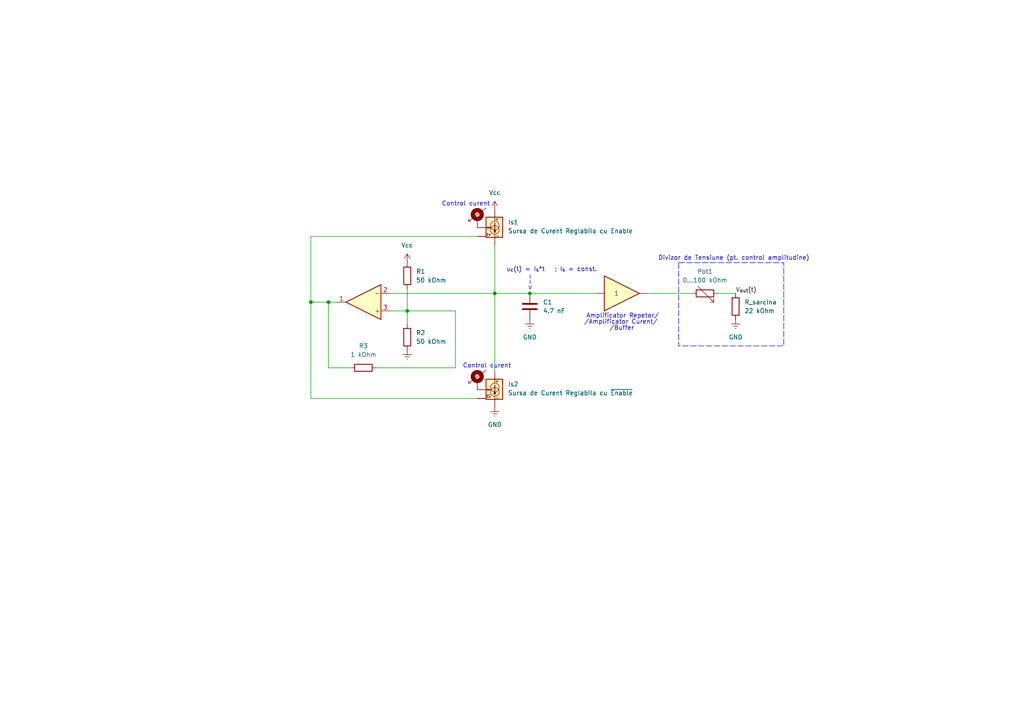
<source format=kicad_sch>
(kicad_sch
	(version 20231120)
	(generator "eeschema")
	(generator_version "8.0")
	(uuid "6667edef-453c-4c33-94c7-d959bc7dc6f6")
	(paper "A4")
	(lib_symbols
		(symbol "Amplifier_Operational:TLV9062xD"
			(pin_names
				(offset 0.127)
			)
			(exclude_from_sim no)
			(in_bom yes)
			(on_board yes)
			(property "Reference" "U"
				(at 2.54 6.35 0)
				(effects
					(font
						(size 1.27 1.27)
					)
					(justify left)
				)
			)
			(property "Value" "TLV9062xD"
				(at 2.54 3.81 0)
				(effects
					(font
						(size 1.27 1.27)
					)
					(justify left)
				)
			)
			(property "Footprint" "Package_SO:SOIC-8_3.9x4.9mm_P1.27mm"
				(at 2.54 0 0)
				(effects
					(font
						(size 1.27 1.27)
					)
					(hide yes)
				)
			)
			(property "Datasheet" "https://www.ti.com/lit/ds/symlink/tlv9062.pdf"
				(at 6.35 3.81 0)
				(effects
					(font
						(size 1.27 1.27)
					)
					(hide yes)
				)
			)
			(property "Description" "Dual operational amplifier, 300 uV Offset, SOIC-8"
				(at 0 0 0)
				(effects
					(font
						(size 1.27 1.27)
					)
					(hide yes)
				)
			)
			(property "ki_locked" ""
				(at 0 0 0)
				(effects
					(font
						(size 1.27 1.27)
					)
				)
			)
			(property "ki_keywords" "dual op-amp low power"
				(at 0 0 0)
				(effects
					(font
						(size 1.27 1.27)
					)
					(hide yes)
				)
			)
			(property "ki_fp_filters" "SOIC*3.9x4.9mm*P1.27mm*"
				(at 0 0 0)
				(effects
					(font
						(size 1.27 1.27)
					)
					(hide yes)
				)
			)
			(symbol "TLV9062xD_1_1"
				(polyline
					(pts
						(xy 5.08 0) (xy -5.08 5.08) (xy -5.08 -5.08) (xy 5.08 0)
					)
					(stroke
						(width 0.254)
						(type default)
					)
					(fill
						(type background)
					)
				)
				(pin output line
					(at 7.62 0 180)
					(length 2.54)
					(name "~"
						(effects
							(font
								(size 1.27 1.27)
							)
						)
					)
					(number "1"
						(effects
							(font
								(size 1.27 1.27)
							)
						)
					)
				)
				(pin input line
					(at -7.62 -2.54 0)
					(length 2.54)
					(name "-"
						(effects
							(font
								(size 1.27 1.27)
							)
						)
					)
					(number "2"
						(effects
							(font
								(size 1.27 1.27)
							)
						)
					)
				)
				(pin input line
					(at -7.62 2.54 0)
					(length 2.54)
					(name "+"
						(effects
							(font
								(size 1.27 1.27)
							)
						)
					)
					(number "3"
						(effects
							(font
								(size 1.27 1.27)
							)
						)
					)
				)
			)
			(symbol "TLV9062xD_2_1"
				(polyline
					(pts
						(xy 5.08 0) (xy -5.08 5.08) (xy -5.08 -5.08) (xy 5.08 0)
					)
					(stroke
						(width 0.254)
						(type default)
					)
					(fill
						(type background)
					)
				)
				(pin input line
					(at -7.62 2.54 0)
					(length 2.54)
					(name "+"
						(effects
							(font
								(size 1.27 1.27)
							)
						)
					)
					(number "5"
						(effects
							(font
								(size 1.27 1.27)
							)
						)
					)
				)
				(pin input line
					(at -7.62 -2.54 0)
					(length 2.54)
					(name "-"
						(effects
							(font
								(size 1.27 1.27)
							)
						)
					)
					(number "6"
						(effects
							(font
								(size 1.27 1.27)
							)
						)
					)
				)
				(pin output line
					(at 7.62 0 180)
					(length 2.54)
					(name "~"
						(effects
							(font
								(size 1.27 1.27)
							)
						)
					)
					(number "7"
						(effects
							(font
								(size 1.27 1.27)
							)
						)
					)
				)
			)
			(symbol "TLV9062xD_3_1"
				(pin power_in line
					(at 0 -7.62 90)
					(length 3.81)
					(name "V-"
						(effects
							(font
								(size 1.27 1.27)
							)
						)
					)
					(number "4"
						(effects
							(font
								(size 1.27 1.27)
							)
						)
					)
				)
				(pin power_in line
					(at 0 7.62 270)
					(length 3.81)
					(name "V+"
						(effects
							(font
								(size 1.27 1.27)
							)
						)
					)
					(number "8"
						(effects
							(font
								(size 1.27 1.27)
							)
						)
					)
				)
			)
		)
		(symbol "Device:C"
			(pin_numbers hide)
			(pin_names
				(offset 0.254)
			)
			(exclude_from_sim no)
			(in_bom yes)
			(on_board yes)
			(property "Reference" "C"
				(at 0.635 2.54 0)
				(effects
					(font
						(size 1.27 1.27)
					)
					(justify left)
				)
			)
			(property "Value" "C"
				(at 0.635 -2.54 0)
				(effects
					(font
						(size 1.27 1.27)
					)
					(justify left)
				)
			)
			(property "Footprint" ""
				(at 0.9652 -3.81 0)
				(effects
					(font
						(size 1.27 1.27)
					)
					(hide yes)
				)
			)
			(property "Datasheet" "~"
				(at 0 0 0)
				(effects
					(font
						(size 1.27 1.27)
					)
					(hide yes)
				)
			)
			(property "Description" "Unpolarized capacitor"
				(at 0 0 0)
				(effects
					(font
						(size 1.27 1.27)
					)
					(hide yes)
				)
			)
			(property "ki_keywords" "cap capacitor"
				(at 0 0 0)
				(effects
					(font
						(size 1.27 1.27)
					)
					(hide yes)
				)
			)
			(property "ki_fp_filters" "C_*"
				(at 0 0 0)
				(effects
					(font
						(size 1.27 1.27)
					)
					(hide yes)
				)
			)
			(symbol "C_0_1"
				(polyline
					(pts
						(xy -2.032 -0.762) (xy 2.032 -0.762)
					)
					(stroke
						(width 0.508)
						(type default)
					)
					(fill
						(type none)
					)
				)
				(polyline
					(pts
						(xy -2.032 0.762) (xy 2.032 0.762)
					)
					(stroke
						(width 0.508)
						(type default)
					)
					(fill
						(type none)
					)
				)
			)
			(symbol "C_1_1"
				(pin passive line
					(at 0 3.81 270)
					(length 2.794)
					(name "~"
						(effects
							(font
								(size 1.27 1.27)
							)
						)
					)
					(number "1"
						(effects
							(font
								(size 1.27 1.27)
							)
						)
					)
				)
				(pin passive line
					(at 0 -3.81 90)
					(length 2.794)
					(name "~"
						(effects
							(font
								(size 1.27 1.27)
							)
						)
					)
					(number "2"
						(effects
							(font
								(size 1.27 1.27)
							)
						)
					)
				)
			)
		)
		(symbol "Device:R"
			(pin_numbers hide)
			(pin_names
				(offset 0)
			)
			(exclude_from_sim no)
			(in_bom yes)
			(on_board yes)
			(property "Reference" "R"
				(at 2.032 0 90)
				(effects
					(font
						(size 1.27 1.27)
					)
				)
			)
			(property "Value" "R"
				(at 0 0 90)
				(effects
					(font
						(size 1.27 1.27)
					)
				)
			)
			(property "Footprint" ""
				(at -1.778 0 90)
				(effects
					(font
						(size 1.27 1.27)
					)
					(hide yes)
				)
			)
			(property "Datasheet" "~"
				(at 0 0 0)
				(effects
					(font
						(size 1.27 1.27)
					)
					(hide yes)
				)
			)
			(property "Description" "Resistor"
				(at 0 0 0)
				(effects
					(font
						(size 1.27 1.27)
					)
					(hide yes)
				)
			)
			(property "ki_keywords" "R res resistor"
				(at 0 0 0)
				(effects
					(font
						(size 1.27 1.27)
					)
					(hide yes)
				)
			)
			(property "ki_fp_filters" "R_*"
				(at 0 0 0)
				(effects
					(font
						(size 1.27 1.27)
					)
					(hide yes)
				)
			)
			(symbol "R_0_1"
				(rectangle
					(start -1.016 -2.54)
					(end 1.016 2.54)
					(stroke
						(width 0.254)
						(type default)
					)
					(fill
						(type none)
					)
				)
			)
			(symbol "R_1_1"
				(pin passive line
					(at 0 3.81 270)
					(length 1.27)
					(name "~"
						(effects
							(font
								(size 1.27 1.27)
							)
						)
					)
					(number "1"
						(effects
							(font
								(size 1.27 1.27)
							)
						)
					)
				)
				(pin passive line
					(at 0 -3.81 90)
					(length 1.27)
					(name "~"
						(effects
							(font
								(size 1.27 1.27)
							)
						)
					)
					(number "2"
						(effects
							(font
								(size 1.27 1.27)
							)
						)
					)
				)
			)
		)
		(symbol "Device:R_Variable"
			(pin_numbers hide)
			(pin_names
				(offset 0)
			)
			(exclude_from_sim no)
			(in_bom yes)
			(on_board yes)
			(property "Reference" "R"
				(at 2.54 -2.54 90)
				(effects
					(font
						(size 1.27 1.27)
					)
					(justify left)
				)
			)
			(property "Value" "R_Variable"
				(at -2.54 -1.27 90)
				(effects
					(font
						(size 1.27 1.27)
					)
					(justify left)
				)
			)
			(property "Footprint" ""
				(at -1.778 0 90)
				(effects
					(font
						(size 1.27 1.27)
					)
					(hide yes)
				)
			)
			(property "Datasheet" "~"
				(at 0 0 0)
				(effects
					(font
						(size 1.27 1.27)
					)
					(hide yes)
				)
			)
			(property "Description" "Variable resistor"
				(at 0 0 0)
				(effects
					(font
						(size 1.27 1.27)
					)
					(hide yes)
				)
			)
			(property "ki_keywords" "R res resistor variable potentiometer rheostat"
				(at 0 0 0)
				(effects
					(font
						(size 1.27 1.27)
					)
					(hide yes)
				)
			)
			(property "ki_fp_filters" "R_*"
				(at 0 0 0)
				(effects
					(font
						(size 1.27 1.27)
					)
					(hide yes)
				)
			)
			(symbol "R_Variable_0_1"
				(rectangle
					(start -1.016 -2.54)
					(end 1.016 2.54)
					(stroke
						(width 0.254)
						(type default)
					)
					(fill
						(type none)
					)
				)
				(polyline
					(pts
						(xy 2.54 1.524) (xy 2.54 2.54) (xy 1.524 2.54) (xy 2.54 2.54) (xy -2.032 -2.032)
					)
					(stroke
						(width 0)
						(type default)
					)
					(fill
						(type none)
					)
				)
			)
			(symbol "R_Variable_1_1"
				(pin passive line
					(at 0 3.81 270)
					(length 1.27)
					(name "~"
						(effects
							(font
								(size 1.27 1.27)
							)
						)
					)
					(number "1"
						(effects
							(font
								(size 1.27 1.27)
							)
						)
					)
				)
				(pin passive line
					(at 0 -3.81 90)
					(length 1.27)
					(name "~"
						(effects
							(font
								(size 1.27 1.27)
							)
						)
					)
					(number "2"
						(effects
							(font
								(size 1.27 1.27)
							)
						)
					)
				)
			)
		)
		(symbol "LT3092xDD_1"
			(pin_numbers hide)
			(exclude_from_sim no)
			(in_bom yes)
			(on_board yes)
			(property "Reference" "Is4"
				(at -3.81 1.5876 0)
				(effects
					(font
						(size 1.27 1.27)
					)
					(justify right)
				)
			)
			(property "Value" "Sursa de Curent Reglabila cu ~{Enable}"
				(at -3.81 -0.9524 0)
				(effects
					(font
						(size 1.27 1.27)
					)
					(justify right)
				)
			)
			(property "Footprint" "Package_DFN_QFN:DFN-8-1EP_3x3mm_P0.5mm_EP1.66x2.38mm"
				(at 3.556 -20.066 0)
				(effects
					(font
						(size 1.27 1.27)
						(italic yes)
					)
					(justify left)
					(hide yes)
				)
			)
			(property "Datasheet" "https://www.analog.com/media/en/technical-documentation/data-sheets/3092fc.pdf"
				(at -3.81 15.494 0)
				(effects
					(font
						(size 1.27 1.27)
						(italic yes)
					)
					(hide yes)
				)
			)
			(property "Description" "200mA 2-Terminal Programmable Current Source, DFN-8"
				(at 5.334 18.034 0)
				(effects
					(font
						(size 1.27 1.27)
					)
					(hide yes)
				)
			)
			(property "ki_keywords" "current source"
				(at 0 0 0)
				(effects
					(font
						(size 1.27 1.27)
					)
					(hide yes)
				)
			)
			(property "ki_fp_filters" "DFN*1EP*3x3mm*P0.5mm*"
				(at 0 0 0)
				(effects
					(font
						(size 1.27 1.27)
					)
					(hide yes)
				)
			)
			(symbol "LT3092xDD_1_0_1"
				(rectangle
					(start -2.286 3.048)
					(end 2.54 -2.794)
					(stroke
						(width 0.254)
						(type default)
					)
					(fill
						(type background)
					)
				)
				(circle
					(center 0 -0.635)
					(radius 1.27)
					(stroke
						(width 0)
						(type default)
					)
					(fill
						(type none)
					)
				)
				(polyline
					(pts
						(xy -1.143 -2.413) (xy -0.381 -2.413)
					)
					(stroke
						(width 0)
						(type default)
					)
					(fill
						(type none)
					)
				)
				(polyline
					(pts
						(xy -1.016 2.413) (xy -0.254 2.413)
					)
					(stroke
						(width 0)
						(type default)
					)
					(fill
						(type none)
					)
				)
				(polyline
					(pts
						(xy -0.635 2.794) (xy -0.635 2.032)
					)
					(stroke
						(width 0)
						(type default)
					)
					(fill
						(type none)
					)
				)
				(polyline
					(pts
						(xy 0 -1.905) (xy 0 -3.175)
					)
					(stroke
						(width 0)
						(type default)
					)
					(fill
						(type none)
					)
				)
				(polyline
					(pts
						(xy 0 1.397) (xy 0 -1.397)
					)
					(stroke
						(width 0.254)
						(type default)
					)
					(fill
						(type none)
					)
				)
				(polyline
					(pts
						(xy 0 3.81) (xy 0 1.905)
					)
					(stroke
						(width 0)
						(type default)
					)
					(fill
						(type none)
					)
				)
				(polyline
					(pts
						(xy 2.54 0) (xy 1.27 0)
					)
					(stroke
						(width 0)
						(type default)
					)
					(fill
						(type none)
					)
				)
				(polyline
					(pts
						(xy 0 -1.397) (xy -0.254 -0.889) (xy 0.254 -0.889) (xy 0 -1.397)
					)
					(stroke
						(width 0.254)
						(type default)
					)
					(fill
						(type none)
					)
				)
				(polyline
					(pts
						(xy 1.27 0) (xy 2.159 0.254) (xy 2.159 -0.254) (xy 1.27 0)
					)
					(stroke
						(width 0)
						(type default)
					)
					(fill
						(type none)
					)
				)
				(circle
					(center 0 0.635)
					(radius 1.27)
					(stroke
						(width 0)
						(type default)
					)
					(fill
						(type none)
					)
				)
			)
			(symbol "LT3092xDD_1_1_1"
				(text "~{En}"
					(at 1.778 -2.032 0)
					(effects
						(font
							(size 0.635 0.635)
						)
					)
				)
				(pin passive line
					(at 5.08 -2.54 180)
					(length 2.54)
					(name "~"
						(effects
							(font
								(size 1.27 1.27)
							)
						)
					)
					(number "1"
						(effects
							(font
								(size 1.27 1.27)
							)
						)
					)
				)
				(pin passive line
					(at 0 -5.08 90)
					(length 2.54)
					(name "~"
						(effects
							(font
								(size 1.27 1.27)
							)
						)
					)
					(number "2"
						(effects
							(font
								(size 1.27 1.27)
							)
						)
					)
				)
				(pin no_connect line
					(at 12.7 10.16 0)
					(length 2.54) hide
					(name "NC"
						(effects
							(font
								(size 1.27 1.27)
							)
						)
					)
					(number "3"
						(effects
							(font
								(size 1.27 1.27)
							)
						)
					)
				)
				(pin passive line
					(at 5.08 0 180)
					(length 2.54)
					(name "~"
						(effects
							(font
								(size 1.27 1.27)
							)
						)
					)
					(number "4"
						(effects
							(font
								(size 1.27 1.27)
							)
						)
					)
				)
				(pin no_connect line
					(at 12.7 6.35 0)
					(length 2.54) hide
					(name "NC"
						(effects
							(font
								(size 1.27 1.27)
							)
						)
					)
					(number "5"
						(effects
							(font
								(size 1.27 1.27)
							)
						)
					)
				)
				(pin no_connect line
					(at 29.21 10.16 0)
					(length 2.54) hide
					(name "NC"
						(effects
							(font
								(size 1.27 1.27)
							)
						)
					)
					(number "6"
						(effects
							(font
								(size 1.27 1.27)
							)
						)
					)
				)
				(pin passive line
					(at 0 5.08 270)
					(length 2.54)
					(name "~"
						(effects
							(font
								(size 1.27 1.27)
							)
						)
					)
					(number "7"
						(effects
							(font
								(size 1.27 1.27)
							)
						)
					)
				)
				(pin passive line
					(at 26.67 1.27 270)
					(length 2.54) hide
					(name "~"
						(effects
							(font
								(size 1.27 1.27)
							)
						)
					)
					(number "8"
						(effects
							(font
								(size 1.27 1.27)
							)
						)
					)
				)
				(pin passive line
					(at 33.02 3.81 90)
					(length 2.54) hide
					(name "~"
						(effects
							(font
								(size 1.27 1.27)
							)
						)
					)
					(number "9"
						(effects
							(font
								(size 1.27 1.27)
							)
						)
					)
				)
			)
		)
		(symbol "Mechanical:MountingHole_Pad"
			(pin_numbers hide)
			(pin_names
				(offset 1.016) hide)
			(exclude_from_sim no)
			(in_bom yes)
			(on_board yes)
			(property "Reference" "H1"
				(at 3.81 1.27 90)
				(effects
					(font
						(size 1.27 1.27)
					)
					(hide yes)
				)
			)
			(property "Value" "MountingHole_Pad"
				(at 3.81 1.27 90)
				(effects
					(font
						(size 1.27 1.27)
					)
					(hide yes)
				)
			)
			(property "Footprint" ""
				(at 0 0 0)
				(effects
					(font
						(size 1.27 1.27)
					)
					(hide yes)
				)
			)
			(property "Datasheet" "~"
				(at 0 0 0)
				(effects
					(font
						(size 1.27 1.27)
					)
					(hide yes)
				)
			)
			(property "Description" "Mounting Hole with connection"
				(at 0 0 0)
				(effects
					(font
						(size 1.27 1.27)
					)
					(hide yes)
				)
			)
			(property "ki_keywords" "mounting hole"
				(at 0 0 0)
				(effects
					(font
						(size 1.27 1.27)
					)
					(hide yes)
				)
			)
			(property "ki_fp_filters" "MountingHole*Pad*"
				(at 0 0 0)
				(effects
					(font
						(size 1.27 1.27)
					)
					(hide yes)
				)
			)
			(symbol "MountingHole_Pad_0_1"
				(polyline
					(pts
						(xy -2.54 3.175) (xy 2.54 -0.635)
					)
					(stroke
						(width 0)
						(type default)
					)
					(fill
						(type none)
					)
				)
				(polyline
					(pts
						(xy 2.54 -0.635) (xy 1.905 -0.635)
					)
					(stroke
						(width 0)
						(type default)
					)
					(fill
						(type none)
					)
				)
				(polyline
					(pts
						(xy 2.54 -0.635) (xy 2.54 0)
					)
					(stroke
						(width 0)
						(type default)
					)
					(fill
						(type none)
					)
				)
				(circle
					(center 0 1.27)
					(radius 1.27)
					(stroke
						(width 1.27)
						(type default)
					)
					(fill
						(type none)
					)
				)
			)
			(symbol "MountingHole_Pad_1_1"
				(pin input line
					(at 0 -2.54 90)
					(length 2.54)
					(name "1"
						(effects
							(font
								(size 1.27 1.27)
							)
						)
					)
					(number "1"
						(effects
							(font
								(size 1.27 1.27)
							)
						)
					)
				)
			)
		)
		(symbol "RF_Amplifier:GALI-1"
			(pin_numbers hide)
			(exclude_from_sim no)
			(in_bom yes)
			(on_board yes)
			(property "Reference" "U1"
				(at 0 10.16 0)
				(effects
					(font
						(size 1.27 1.27)
					)
					(hide yes)
				)
			)
			(property "Value" "GALI-1"
				(at 0 7.62 0)
				(effects
					(font
						(size 1.27 1.27)
					)
					(hide yes)
				)
			)
			(property "Footprint" "Package_TO_SOT_SMD:SOT-89-3"
				(at 1.27 10.16 0)
				(effects
					(font
						(size 1.27 1.27)
					)
					(hide yes)
				)
			)
			(property "Datasheet" "https://www.minicircuits.com/pdfs/GALI-1+.pdf"
				(at 0 0 0)
				(effects
					(font
						(size 1.27 1.27)
					)
					(hide yes)
				)
			)
			(property "Description" "DC-8000MHz +11.8dB Gain Block, SOT-89"
				(at 0 0 0)
				(effects
					(font
						(size 1.27 1.27)
					)
					(hide yes)
				)
			)
			(property "ki_keywords" "RF amplifier"
				(at 0 0 0)
				(effects
					(font
						(size 1.27 1.27)
					)
					(hide yes)
				)
			)
			(property "ki_fp_filters" "SOT?89*"
				(at 0 0 0)
				(effects
					(font
						(size 1.27 1.27)
					)
					(hide yes)
				)
			)
			(symbol "GALI-1_0_1"
				(polyline
					(pts
						(xy 5.08 0) (xy -5.08 5.08) (xy -5.08 -5.08) (xy 5.08 0)
					)
					(stroke
						(width 0.254)
						(type default)
					)
					(fill
						(type background)
					)
				)
			)
			(symbol "GALI-1_1_1"
				(pin input line
					(at -7.62 0 0)
					(length 2.54)
					(name "~"
						(effects
							(font
								(size 1.27 1.27)
							)
						)
					)
					(number "1"
						(effects
							(font
								(size 1.27 1.27)
							)
						)
					)
				)
				(pin power_in line
					(at -2.54 -7.62 90)
					(length 3.81) hide
					(name "GND"
						(effects
							(font
								(size 1.27 1.27)
							)
						)
					)
					(number "2"
						(effects
							(font
								(size 1.27 1.27)
							)
						)
					)
				)
				(pin output line
					(at 7.62 0 180)
					(length 2.54)
					(name "~"
						(effects
							(font
								(size 1.27 1.27)
							)
						)
					)
					(number "3"
						(effects
							(font
								(size 1.27 1.27)
							)
						)
					)
				)
			)
		)
		(symbol "Reference_Current:LT3092xDD"
			(pin_numbers hide)
			(exclude_from_sim no)
			(in_bom yes)
			(on_board yes)
			(property "Reference" "Is1"
				(at -3.81 1.524 0)
				(effects
					(font
						(size 1.27 1.27)
					)
					(justify right)
				)
			)
			(property "Value" "Sursa de Curent Reglabila cu Enable"
				(at -3.81 -0.9524 0)
				(effects
					(font
						(size 1.27 1.27)
					)
					(justify right)
				)
			)
			(property "Footprint" "Package_DFN_QFN:DFN-8-1EP_3x3mm_P0.5mm_EP1.66x2.38mm"
				(at 3.556 -20.066 0)
				(effects
					(font
						(size 1.27 1.27)
						(italic yes)
					)
					(justify left)
					(hide yes)
				)
			)
			(property "Datasheet" "https://www.analog.com/media/en/technical-documentation/data-sheets/3092fc.pdf"
				(at -3.81 15.494 0)
				(effects
					(font
						(size 1.27 1.27)
						(italic yes)
					)
					(hide yes)
				)
			)
			(property "Description" "200mA 2-Terminal Programmable Current Source, DFN-8"
				(at 5.334 18.034 0)
				(effects
					(font
						(size 1.27 1.27)
					)
					(hide yes)
				)
			)
			(property "ki_keywords" "current source"
				(at 0 0 0)
				(effects
					(font
						(size 1.27 1.27)
					)
					(hide yes)
				)
			)
			(property "ki_fp_filters" "DFN*1EP*3x3mm*P0.5mm*"
				(at 0 0 0)
				(effects
					(font
						(size 1.27 1.27)
					)
					(hide yes)
				)
			)
			(symbol "LT3092xDD_0_1"
				(rectangle
					(start -2.286 3.048)
					(end 2.54 -2.794)
					(stroke
						(width 0.254)
						(type default)
					)
					(fill
						(type background)
					)
				)
				(circle
					(center 0 -0.635)
					(radius 1.27)
					(stroke
						(width 0)
						(type default)
					)
					(fill
						(type none)
					)
				)
				(polyline
					(pts
						(xy -1.143 -2.413) (xy -0.381 -2.413)
					)
					(stroke
						(width 0)
						(type default)
					)
					(fill
						(type none)
					)
				)
				(polyline
					(pts
						(xy -1.016 2.413) (xy -0.254 2.413)
					)
					(stroke
						(width 0)
						(type default)
					)
					(fill
						(type none)
					)
				)
				(polyline
					(pts
						(xy -0.635 2.794) (xy -0.635 2.032)
					)
					(stroke
						(width 0)
						(type default)
					)
					(fill
						(type none)
					)
				)
				(polyline
					(pts
						(xy 0 -1.905) (xy 0 -3.175)
					)
					(stroke
						(width 0)
						(type default)
					)
					(fill
						(type none)
					)
				)
				(polyline
					(pts
						(xy 0 1.397) (xy 0 -1.397)
					)
					(stroke
						(width 0.254)
						(type default)
					)
					(fill
						(type none)
					)
				)
				(polyline
					(pts
						(xy 0 3.81) (xy 0 1.905)
					)
					(stroke
						(width 0)
						(type default)
					)
					(fill
						(type none)
					)
				)
				(polyline
					(pts
						(xy 2.54 0) (xy 1.27 0)
					)
					(stroke
						(width 0)
						(type default)
					)
					(fill
						(type none)
					)
				)
				(polyline
					(pts
						(xy 0 -1.397) (xy -0.254 -0.889) (xy 0.254 -0.889) (xy 0 -1.397)
					)
					(stroke
						(width 0.254)
						(type default)
					)
					(fill
						(type none)
					)
				)
				(polyline
					(pts
						(xy 1.27 0) (xy 2.159 0.254) (xy 2.159 -0.254) (xy 1.27 0)
					)
					(stroke
						(width 0)
						(type default)
					)
					(fill
						(type none)
					)
				)
				(circle
					(center 0 0.635)
					(radius 1.27)
					(stroke
						(width 0)
						(type default)
					)
					(fill
						(type none)
					)
				)
			)
			(symbol "LT3092xDD_1_1"
				(text "En"
					(at 1.778 -2.032 0)
					(effects
						(font
							(size 0.635 0.635)
						)
					)
				)
				(pin passive line
					(at 5.08 -2.54 180)
					(length 2.54)
					(name "~"
						(effects
							(font
								(size 1.27 1.27)
							)
						)
					)
					(number "1"
						(effects
							(font
								(size 1.27 1.27)
							)
						)
					)
				)
				(pin passive line
					(at 0 -5.08 90)
					(length 2.54)
					(name "~"
						(effects
							(font
								(size 1.27 1.27)
							)
						)
					)
					(number "2"
						(effects
							(font
								(size 1.27 1.27)
							)
						)
					)
				)
				(pin no_connect line
					(at 12.7 10.16 0)
					(length 2.54) hide
					(name "NC"
						(effects
							(font
								(size 1.27 1.27)
							)
						)
					)
					(number "3"
						(effects
							(font
								(size 1.27 1.27)
							)
						)
					)
				)
				(pin passive line
					(at 5.08 0 180)
					(length 2.54)
					(name "~"
						(effects
							(font
								(size 1.27 1.27)
							)
						)
					)
					(number "4"
						(effects
							(font
								(size 1.27 1.27)
							)
						)
					)
				)
				(pin no_connect line
					(at 12.7 6.35 0)
					(length 2.54) hide
					(name "NC"
						(effects
							(font
								(size 1.27 1.27)
							)
						)
					)
					(number "5"
						(effects
							(font
								(size 1.27 1.27)
							)
						)
					)
				)
				(pin no_connect line
					(at 29.21 10.16 0)
					(length 2.54) hide
					(name "NC"
						(effects
							(font
								(size 1.27 1.27)
							)
						)
					)
					(number "6"
						(effects
							(font
								(size 1.27 1.27)
							)
						)
					)
				)
				(pin passive line
					(at 0 5.08 270)
					(length 2.54)
					(name "~"
						(effects
							(font
								(size 1.27 1.27)
							)
						)
					)
					(number "7"
						(effects
							(font
								(size 1.27 1.27)
							)
						)
					)
				)
				(pin passive line
					(at 26.67 1.27 270)
					(length 2.54) hide
					(name "~"
						(effects
							(font
								(size 1.27 1.27)
							)
						)
					)
					(number "8"
						(effects
							(font
								(size 1.27 1.27)
							)
						)
					)
				)
				(pin passive line
					(at 33.02 3.81 90)
					(length 2.54) hide
					(name "~"
						(effects
							(font
								(size 1.27 1.27)
							)
						)
					)
					(number "9"
						(effects
							(font
								(size 1.27 1.27)
							)
						)
					)
				)
			)
		)
		(symbol "power:GNDREF"
			(power)
			(pin_numbers hide)
			(pin_names
				(offset 0) hide)
			(exclude_from_sim no)
			(in_bom yes)
			(on_board yes)
			(property "Reference" "#PWR"
				(at 0 -6.35 0)
				(effects
					(font
						(size 1.27 1.27)
					)
					(hide yes)
				)
			)
			(property "Value" "GNDREF"
				(at 0 -3.81 0)
				(effects
					(font
						(size 1.27 1.27)
					)
				)
			)
			(property "Footprint" ""
				(at 0 0 0)
				(effects
					(font
						(size 1.27 1.27)
					)
					(hide yes)
				)
			)
			(property "Datasheet" ""
				(at 0 0 0)
				(effects
					(font
						(size 1.27 1.27)
					)
					(hide yes)
				)
			)
			(property "Description" "Power symbol creates a global label with name \"GNDREF\" , reference supply ground"
				(at 0 0 0)
				(effects
					(font
						(size 1.27 1.27)
					)
					(hide yes)
				)
			)
			(property "ki_keywords" "global power"
				(at 0 0 0)
				(effects
					(font
						(size 1.27 1.27)
					)
					(hide yes)
				)
			)
			(symbol "GNDREF_0_1"
				(polyline
					(pts
						(xy -0.635 -1.905) (xy 0.635 -1.905)
					)
					(stroke
						(width 0)
						(type default)
					)
					(fill
						(type none)
					)
				)
				(polyline
					(pts
						(xy -0.127 -2.54) (xy 0.127 -2.54)
					)
					(stroke
						(width 0)
						(type default)
					)
					(fill
						(type none)
					)
				)
				(polyline
					(pts
						(xy 0 -1.27) (xy 0 0)
					)
					(stroke
						(width 0)
						(type default)
					)
					(fill
						(type none)
					)
				)
				(polyline
					(pts
						(xy 1.27 -1.27) (xy -1.27 -1.27)
					)
					(stroke
						(width 0)
						(type default)
					)
					(fill
						(type none)
					)
				)
			)
			(symbol "GNDREF_1_1"
				(pin power_in line
					(at 0 0 270)
					(length 0)
					(name "~"
						(effects
							(font
								(size 1.27 1.27)
							)
						)
					)
					(number "1"
						(effects
							(font
								(size 1.27 1.27)
							)
						)
					)
				)
			)
		)
		(symbol "power:VCC"
			(power)
			(pin_numbers hide)
			(pin_names
				(offset 0) hide)
			(exclude_from_sim no)
			(in_bom yes)
			(on_board yes)
			(property "Reference" "#PWR"
				(at 0 -3.81 0)
				(effects
					(font
						(size 1.27 1.27)
					)
					(hide yes)
				)
			)
			(property "Value" "VCC"
				(at 0 3.556 0)
				(effects
					(font
						(size 1.27 1.27)
					)
				)
			)
			(property "Footprint" ""
				(at 0 0 0)
				(effects
					(font
						(size 1.27 1.27)
					)
					(hide yes)
				)
			)
			(property "Datasheet" ""
				(at 0 0 0)
				(effects
					(font
						(size 1.27 1.27)
					)
					(hide yes)
				)
			)
			(property "Description" "Power symbol creates a global label with name \"VCC\""
				(at 0 0 0)
				(effects
					(font
						(size 1.27 1.27)
					)
					(hide yes)
				)
			)
			(property "ki_keywords" "global power"
				(at 0 0 0)
				(effects
					(font
						(size 1.27 1.27)
					)
					(hide yes)
				)
			)
			(symbol "VCC_0_1"
				(polyline
					(pts
						(xy -0.762 1.27) (xy 0 2.54)
					)
					(stroke
						(width 0)
						(type default)
					)
					(fill
						(type none)
					)
				)
				(polyline
					(pts
						(xy 0 0) (xy 0 2.54)
					)
					(stroke
						(width 0)
						(type default)
					)
					(fill
						(type none)
					)
				)
				(polyline
					(pts
						(xy 0 2.54) (xy 0.762 1.27)
					)
					(stroke
						(width 0)
						(type default)
					)
					(fill
						(type none)
					)
				)
			)
			(symbol "VCC_1_1"
				(pin power_in line
					(at 0 0 90)
					(length 0)
					(name "~"
						(effects
							(font
								(size 1.27 1.27)
							)
						)
					)
					(number "1"
						(effects
							(font
								(size 1.27 1.27)
							)
						)
					)
				)
			)
		)
	)
	(junction
		(at 153.67 85.09)
		(diameter 0)
		(color 0 0 0 0)
		(uuid "8445a886-ced0-492d-9288-95bfd154dc69")
	)
	(junction
		(at 90.17 87.63)
		(diameter 0)
		(color 0 0 0 0)
		(uuid "8c915b04-35f5-4aa3-bdac-fa10f77cbc28")
	)
	(junction
		(at 118.11 90.17)
		(diameter 0)
		(color 0 0 0 0)
		(uuid "924568d1-7797-4dfc-bacf-0e2d4b2881c1")
	)
	(junction
		(at 143.51 85.09)
		(diameter 0)
		(color 0 0 0 0)
		(uuid "a040b554-479b-4fc4-9497-86989427da77")
	)
	(junction
		(at 95.25 87.63)
		(diameter 0)
		(color 0 0 0 0)
		(uuid "e6e65007-9d34-4037-b32a-66eb6bc90dce")
	)
	(wire
		(pts
			(xy 143.51 85.09) (xy 143.51 107.95)
		)
		(stroke
			(width 0)
			(type default)
		)
		(uuid "0f6451ea-1199-40eb-a6fa-dd6af147d6e5")
	)
	(wire
		(pts
			(xy 143.51 71.12) (xy 143.51 85.09)
		)
		(stroke
			(width 0)
			(type default)
		)
		(uuid "19caf791-a95c-4506-8b57-cb7b1695875d")
	)
	(wire
		(pts
			(xy 95.25 106.68) (xy 95.25 87.63)
		)
		(stroke
			(width 0)
			(type default)
		)
		(uuid "2c199d82-29b3-49f1-b8fb-7eebe02835b8")
	)
	(wire
		(pts
			(xy 208.28 85.09) (xy 213.36 85.09)
		)
		(stroke
			(width 0)
			(type default)
		)
		(uuid "3557033c-c751-4f46-b4f6-f4427d49f06e")
	)
	(wire
		(pts
			(xy 132.08 90.17) (xy 118.11 90.17)
		)
		(stroke
			(width 0)
			(type default)
		)
		(uuid "3829f674-bba4-4a8a-bca7-6ce4a83a2db2")
	)
	(wire
		(pts
			(xy 118.11 90.17) (xy 118.11 93.98)
		)
		(stroke
			(width 0)
			(type default)
		)
		(uuid "388b7ab4-0fa7-4a41-b14a-025a0183197f")
	)
	(wire
		(pts
			(xy 109.22 106.68) (xy 132.08 106.68)
		)
		(stroke
			(width 0)
			(type default)
		)
		(uuid "429d194e-8fb6-4544-864a-11fce2f435b6")
	)
	(wire
		(pts
			(xy 95.25 87.63) (xy 97.79 87.63)
		)
		(stroke
			(width 0)
			(type default)
		)
		(uuid "4762bf10-8536-493c-8758-10c654f021bf")
	)
	(wire
		(pts
			(xy 143.51 85.09) (xy 153.67 85.09)
		)
		(stroke
			(width 0)
			(type default)
		)
		(uuid "599f9439-2488-4e4a-a7ec-e1be3cc9d039")
	)
	(wire
		(pts
			(xy 187.96 85.09) (xy 200.66 85.09)
		)
		(stroke
			(width 0)
			(type default)
		)
		(uuid "670a2305-8718-4f8f-b8ae-83b55797951a")
	)
	(wire
		(pts
			(xy 90.17 115.57) (xy 138.43 115.57)
		)
		(stroke
			(width 0)
			(type default)
		)
		(uuid "684840b0-67fe-4ac0-92f1-ed948f121e79")
	)
	(wire
		(pts
			(xy 90.17 87.63) (xy 90.17 115.57)
		)
		(stroke
			(width 0)
			(type default)
		)
		(uuid "6dba500c-4d73-40a0-a880-538061928066")
	)
	(wire
		(pts
			(xy 90.17 68.58) (xy 138.43 68.58)
		)
		(stroke
			(width 0)
			(type default)
		)
		(uuid "74b25152-ee5e-47cb-80d9-0937f63098d2")
	)
	(wire
		(pts
			(xy 118.11 83.82) (xy 118.11 90.17)
		)
		(stroke
			(width 0)
			(type default)
		)
		(uuid "79616a9e-5e01-4034-a271-5560415369e9")
	)
	(wire
		(pts
			(xy 132.08 106.68) (xy 132.08 90.17)
		)
		(stroke
			(width 0)
			(type default)
		)
		(uuid "894eb10f-533a-42f3-bd29-d88e8127e72d")
	)
	(wire
		(pts
			(xy 101.6 106.68) (xy 95.25 106.68)
		)
		(stroke
			(width 0)
			(type default)
		)
		(uuid "a06b7dad-7670-458e-b34f-fd6c1cbd9745")
	)
	(wire
		(pts
			(xy 90.17 68.58) (xy 90.17 87.63)
		)
		(stroke
			(width 0)
			(type default)
		)
		(uuid "b1faea09-56d7-4310-a92d-e6ef0c680d24")
	)
	(wire
		(pts
			(xy 90.17 87.63) (xy 95.25 87.63)
		)
		(stroke
			(width 0)
			(type default)
		)
		(uuid "bd55dcdb-2bb5-4797-a412-bdbb805ff2fd")
	)
	(wire
		(pts
			(xy 113.03 85.09) (xy 143.51 85.09)
		)
		(stroke
			(width 0)
			(type default)
		)
		(uuid "cc62c174-7dff-4f72-84df-23797ef0641d")
	)
	(wire
		(pts
			(xy 113.03 90.17) (xy 118.11 90.17)
		)
		(stroke
			(width 0)
			(type default)
		)
		(uuid "dc01c56c-0c68-43ab-9dfe-34050b90ada6")
	)
	(wire
		(pts
			(xy 153.67 85.09) (xy 172.72 85.09)
		)
		(stroke
			(width 0)
			(type default)
		)
		(uuid "e11e7551-ad6f-4078-b508-7ee368451a09")
	)
	(rectangle
		(start 196.85 76.2)
		(end 227.33 100.33)
		(stroke
			(width 0)
			(type dash)
		)
		(fill
			(type none)
		)
		(uuid 3afaac09-fa07-47c9-a889-941a5695d04b)
	)
	(text "u_{c}(t) = I_{s}*t   ; I_{s} = const."
		(exclude_from_sim no)
		(at 160.02 78.232 0)
		(effects
			(font
				(size 1.27 1.27)
			)
		)
		(uuid "1c7d7dd8-602d-47a6-81f3-7878f4ed984a")
	)
	(text "<--\n"
		(exclude_from_sim no)
		(at 153.67 82.042 90)
		(effects
			(font
				(size 1.27 1.27)
			)
		)
		(uuid "8fb031cd-79a1-4215-8962-d1823a990bf9")
	)
	(text "/Buffer"
		(exclude_from_sim no)
		(at 180.34 95.25 0)
		(effects
			(font
				(size 1.27 1.27)
			)
		)
		(uuid "9ca4186d-073f-4337-9c95-06946ad3d373")
	)
	(text "Control curent"
		(exclude_from_sim no)
		(at 135.128 59.182 0)
		(effects
			(font
				(size 1.27 1.27)
			)
		)
		(uuid "a037c0ed-e651-4af4-838e-5f5cd3fcbdb3")
	)
	(text "Control curent"
		(exclude_from_sim no)
		(at 141.224 106.172 0)
		(effects
			(font
				(size 1.27 1.27)
			)
		)
		(uuid "b5e9a9b0-6384-4991-a4c8-5273c1ca5186")
	)
	(text "/Amplificator Curent/"
		(exclude_from_sim no)
		(at 180.086 93.472 0)
		(effects
			(font
				(size 1.27 1.27)
			)
		)
		(uuid "b8eb2b76-6d43-47f2-a9c2-5e3d189949ea")
	)
	(text "Divizor de Tensiune (pt. control amplitudine)"
		(exclude_from_sim no)
		(at 212.852 74.93 0)
		(effects
			(font
				(size 1.27 1.27)
			)
		)
		(uuid "c66c8e47-3ec0-4970-a7a5-4079a431618f")
	)
	(text "Amplificator Repetor/"
		(exclude_from_sim no)
		(at 180.594 91.694 0)
		(effects
			(font
				(size 1.27 1.27)
			)
		)
		(uuid "cd674416-8f63-4348-bd81-f1ba833ae57f")
	)
	(label "V_{out}(t)"
		(at 213.36 85.09 0)
		(fields_autoplaced yes)
		(effects
			(font
				(size 1.27 1.27)
			)
			(justify left bottom)
		)
		(uuid "8ba023a4-5e36-4e62-8674-b431a5174d85")
	)
	(symbol
		(lib_id "power:GNDREF")
		(at 143.51 118.11 0)
		(unit 1)
		(exclude_from_sim no)
		(in_bom yes)
		(on_board yes)
		(dnp no)
		(fields_autoplaced yes)
		(uuid "069703d3-81cb-4ea3-a8b8-6da113b60fd8")
		(property "Reference" "#PWR06"
			(at 143.51 124.46 0)
			(effects
				(font
					(size 1.27 1.27)
				)
				(hide yes)
			)
		)
		(property "Value" "GND"
			(at 143.51 123.19 0)
			(effects
				(font
					(size 1.27 1.27)
				)
			)
		)
		(property "Footprint" ""
			(at 143.51 118.11 0)
			(effects
				(font
					(size 1.27 1.27)
				)
				(hide yes)
			)
		)
		(property "Datasheet" ""
			(at 143.51 118.11 0)
			(effects
				(font
					(size 1.27 1.27)
				)
				(hide yes)
			)
		)
		(property "Description" "Power symbol creates a global label with name \"GNDREF\" , reference supply ground"
			(at 143.51 118.11 0)
			(effects
				(font
					(size 1.27 1.27)
				)
				(hide yes)
			)
		)
		(pin "1"
			(uuid "383a762f-c304-48ac-ba04-bff853e8887e")
		)
		(instances
			(project "Proiect1_BlockDiagram"
				(path "/bef26068-d4bd-4eb9-8499-f4310890c622/eb412028-0d71-422b-8277-5157aff3056e"
					(reference "#PWR06")
					(unit 1)
				)
			)
		)
	)
	(symbol
		(lib_name "LT3092xDD_1")
		(lib_id "Reference_Current:LT3092xDD")
		(at 143.51 113.03 0)
		(mirror y)
		(unit 1)
		(exclude_from_sim no)
		(in_bom yes)
		(on_board yes)
		(dnp no)
		(fields_autoplaced yes)
		(uuid "3025077e-98a3-443a-9a98-8a494e1792d3")
		(property "Reference" "Is2"
			(at 147.32 111.4424 0)
			(effects
				(font
					(size 1.27 1.27)
				)
				(justify right)
			)
		)
		(property "Value" "Sursa de Curent Reglabila cu ~{Enable}"
			(at 147.32 113.9824 0)
			(effects
				(font
					(size 1.27 1.27)
				)
				(justify right)
			)
		)
		(property "Footprint" "Package_DFN_QFN:DFN-8-1EP_3x3mm_P0.5mm_EP1.66x2.38mm"
			(at 139.954 133.096 0)
			(effects
				(font
					(size 1.27 1.27)
					(italic yes)
				)
				(justify left)
				(hide yes)
			)
		)
		(property "Datasheet" "https://www.analog.com/media/en/technical-documentation/data-sheets/3092fc.pdf"
			(at 147.32 97.536 0)
			(effects
				(font
					(size 1.27 1.27)
					(italic yes)
				)
				(hide yes)
			)
		)
		(property "Description" "200mA 2-Terminal Programmable Current Source, DFN-8"
			(at 138.176 94.996 0)
			(effects
				(font
					(size 1.27 1.27)
				)
				(hide yes)
			)
		)
		(pin "1"
			(uuid "6a0e277e-20af-41b9-a5ba-f4360e3aa22b")
		)
		(pin "5"
			(uuid "24da3aa5-b2ac-43f4-9972-cd26782b13bc")
		)
		(pin "6"
			(uuid "aeab597e-c9af-438e-ba52-1127112d6e9e")
		)
		(pin "4"
			(uuid "e31dc6d7-aea3-48b7-a692-ef07828da786")
		)
		(pin "7"
			(uuid "2f1fb2f8-9149-4a60-bde7-25c8490d0787")
		)
		(pin "2"
			(uuid "e0902d64-543c-441c-afe1-383e1fb5df83")
		)
		(pin "9"
			(uuid "98f8a46a-2d75-4dce-bfe0-6f0c45b359ae")
		)
		(pin "3"
			(uuid "ff004c6c-e8d5-4286-b999-f84ff55b0341")
		)
		(pin "8"
			(uuid "55b3b420-180a-40e9-afe7-d7b3b4a8164b")
		)
		(instances
			(project "Proiect1_BlockDiagram"
				(path "/bef26068-d4bd-4eb9-8499-f4310890c622/eb412028-0d71-422b-8277-5157aff3056e"
					(reference "Is2")
					(unit 1)
				)
			)
		)
	)
	(symbol
		(lib_id "Device:R_Variable")
		(at 204.47 85.09 270)
		(unit 1)
		(exclude_from_sim no)
		(in_bom yes)
		(on_board yes)
		(dnp no)
		(fields_autoplaced yes)
		(uuid "31239bc5-960d-493c-b68a-d1d8eacd131c")
		(property "Reference" "Pot1"
			(at 204.47 78.74 90)
			(effects
				(font
					(size 1.27 1.27)
				)
			)
		)
		(property "Value" "0...100 kOhm"
			(at 204.47 81.28 90)
			(effects
				(font
					(size 1.27 1.27)
				)
			)
		)
		(property "Footprint" ""
			(at 204.47 83.312 90)
			(effects
				(font
					(size 1.27 1.27)
				)
				(hide yes)
			)
		)
		(property "Datasheet" "~"
			(at 204.47 85.09 0)
			(effects
				(font
					(size 1.27 1.27)
				)
				(hide yes)
			)
		)
		(property "Description" "Variable resistor"
			(at 204.47 85.09 0)
			(effects
				(font
					(size 1.27 1.27)
				)
				(hide yes)
			)
		)
		(pin "2"
			(uuid "086ed9bf-2155-4cf6-88d7-b5a034d2eb47")
		)
		(pin "1"
			(uuid "ee722e0c-7536-4c08-96ab-4e9c526f8392")
		)
		(instances
			(project "Proiect1_BlockDiagram"
				(path "/bef26068-d4bd-4eb9-8499-f4310890c622/eb412028-0d71-422b-8277-5157aff3056e"
					(reference "Pot1")
					(unit 1)
				)
			)
		)
	)
	(symbol
		(lib_id "power:GNDREF")
		(at 153.67 92.71 0)
		(unit 1)
		(exclude_from_sim no)
		(in_bom yes)
		(on_board yes)
		(dnp no)
		(fields_autoplaced yes)
		(uuid "480575b5-4362-4940-b584-6f6b1766fa89")
		(property "Reference" "#PWR07"
			(at 153.67 99.06 0)
			(effects
				(font
					(size 1.27 1.27)
				)
				(hide yes)
			)
		)
		(property "Value" "GND"
			(at 153.67 97.79 0)
			(effects
				(font
					(size 1.27 1.27)
				)
			)
		)
		(property "Footprint" ""
			(at 153.67 92.71 0)
			(effects
				(font
					(size 1.27 1.27)
				)
				(hide yes)
			)
		)
		(property "Datasheet" ""
			(at 153.67 92.71 0)
			(effects
				(font
					(size 1.27 1.27)
				)
				(hide yes)
			)
		)
		(property "Description" "Power symbol creates a global label with name \"GNDREF\" , reference supply ground"
			(at 153.67 92.71 0)
			(effects
				(font
					(size 1.27 1.27)
				)
				(hide yes)
			)
		)
		(pin "1"
			(uuid "4b786e1c-586c-4cb6-8ad1-611fed81844f")
		)
		(instances
			(project "Proiect1_BlockDiagram"
				(path "/bef26068-d4bd-4eb9-8499-f4310890c622/eb412028-0d71-422b-8277-5157aff3056e"
					(reference "#PWR07")
					(unit 1)
				)
			)
		)
	)
	(symbol
		(lib_id "Device:C")
		(at 153.67 88.9 0)
		(unit 1)
		(exclude_from_sim no)
		(in_bom yes)
		(on_board yes)
		(dnp no)
		(fields_autoplaced yes)
		(uuid "53fa5757-aa5c-4e6f-9ece-e0790c9e6302")
		(property "Reference" "C1"
			(at 157.48 87.6299 0)
			(effects
				(font
					(size 1.27 1.27)
				)
				(justify left)
			)
		)
		(property "Value" "4.7 nF"
			(at 157.48 90.1699 0)
			(effects
				(font
					(size 1.27 1.27)
				)
				(justify left)
			)
		)
		(property "Footprint" ""
			(at 154.6352 92.71 0)
			(effects
				(font
					(size 1.27 1.27)
				)
				(hide yes)
			)
		)
		(property "Datasheet" "~"
			(at 153.67 88.9 0)
			(effects
				(font
					(size 1.27 1.27)
				)
				(hide yes)
			)
		)
		(property "Description" "Unpolarized capacitor"
			(at 153.67 88.9 0)
			(effects
				(font
					(size 1.27 1.27)
				)
				(hide yes)
			)
		)
		(pin "1"
			(uuid "b9dbf916-0f44-4ba0-9dd2-d83159ec06f7")
		)
		(pin "2"
			(uuid "78cfd561-26ed-48bb-9a7a-c3992943aba8")
		)
		(instances
			(project "Proiect1_BlockDiagram"
				(path "/bef26068-d4bd-4eb9-8499-f4310890c622/eb412028-0d71-422b-8277-5157aff3056e"
					(reference "C1")
					(unit 1)
				)
			)
		)
	)
	(symbol
		(lib_id "Amplifier_Operational:TLV9062xD")
		(at 105.41 87.63 180)
		(unit 1)
		(exclude_from_sim no)
		(in_bom yes)
		(on_board yes)
		(dnp no)
		(fields_autoplaced yes)
		(uuid "55eff628-879b-441b-bb38-9749aac6dda8")
		(property "Reference" "U3"
			(at 105.41 77.47 0)
			(effects
				(font
					(size 1.27 1.27)
				)
				(hide yes)
			)
		)
		(property "Value" "TLV9062xD"
			(at 105.41 80.01 0)
			(effects
				(font
					(size 1.27 1.27)
				)
				(hide yes)
			)
		)
		(property "Footprint" "Package_SO:SOIC-8_3.9x4.9mm_P1.27mm"
			(at 102.87 87.63 0)
			(effects
				(font
					(size 1.27 1.27)
				)
				(hide yes)
			)
		)
		(property "Datasheet" "https://www.ti.com/lit/ds/symlink/tlv9062.pdf"
			(at 99.06 91.44 0)
			(effects
				(font
					(size 1.27 1.27)
				)
				(hide yes)
			)
		)
		(property "Description" "Dual operational amplifier, 300 uV Offset, SOIC-8"
			(at 105.41 87.63 0)
			(effects
				(font
					(size 1.27 1.27)
				)
				(hide yes)
			)
		)
		(pin "8"
			(uuid "7f7a27c2-742a-4164-b2fb-fff1b3540bef")
		)
		(pin "6"
			(uuid "f704f081-6c10-4490-8088-00fda19f4981")
		)
		(pin "5"
			(uuid "0ebf3802-cf9b-499e-82b4-0472f4e511d4")
		)
		(pin "7"
			(uuid "9c3e20a6-5174-4aa7-a644-e119a7eb827e")
		)
		(pin "2"
			(uuid "e5b75370-68a6-4e5b-a800-dea60e84eea3")
		)
		(pin "3"
			(uuid "f780627b-eaf4-45dd-8225-bdaf86dee3e8")
		)
		(pin "1"
			(uuid "6d9d97aa-e65b-4a7f-998a-f754276b8f2b")
		)
		(pin "4"
			(uuid "2880ffa5-cfa3-446d-81ba-bf7893aa34d7")
		)
		(instances
			(project "Proiect1_BlockDiagram"
				(path "/bef26068-d4bd-4eb9-8499-f4310890c622/eb412028-0d71-422b-8277-5157aff3056e"
					(reference "U3")
					(unit 1)
				)
			)
		)
	)
	(symbol
		(lib_id "Device:R")
		(at 118.11 97.79 180)
		(unit 1)
		(exclude_from_sim no)
		(in_bom yes)
		(on_board yes)
		(dnp no)
		(fields_autoplaced yes)
		(uuid "5bec0c13-ed74-40bb-9603-e3a70792c3c8")
		(property "Reference" "R2"
			(at 120.65 96.5199 0)
			(effects
				(font
					(size 1.27 1.27)
				)
				(justify right)
			)
		)
		(property "Value" "50 kOhm"
			(at 120.65 99.0599 0)
			(effects
				(font
					(size 1.27 1.27)
				)
				(justify right)
			)
		)
		(property "Footprint" ""
			(at 119.888 97.79 90)
			(effects
				(font
					(size 1.27 1.27)
				)
				(hide yes)
			)
		)
		(property "Datasheet" "~"
			(at 118.11 97.79 0)
			(effects
				(font
					(size 1.27 1.27)
				)
				(hide yes)
			)
		)
		(property "Description" "Resistor"
			(at 118.11 97.79 0)
			(effects
				(font
					(size 1.27 1.27)
				)
				(hide yes)
			)
		)
		(pin "1"
			(uuid "f947f3b0-ecf1-496e-a52f-8a5d481f831a")
		)
		(pin "2"
			(uuid "e9998d6c-1925-4f73-b4c9-d6c006309165")
		)
		(instances
			(project "Proiect1_BlockDiagram"
				(path "/bef26068-d4bd-4eb9-8499-f4310890c622/eb412028-0d71-422b-8277-5157aff3056e"
					(reference "R2")
					(unit 1)
				)
			)
		)
	)
	(symbol
		(lib_id "power:GNDREF")
		(at 118.11 101.6 0)
		(unit 1)
		(exclude_from_sim no)
		(in_bom yes)
		(on_board yes)
		(dnp no)
		(fields_autoplaced yes)
		(uuid "72edf7c3-cca4-4bae-a656-e94c0e3ae3f0")
		(property "Reference" "#PWR010"
			(at 118.11 107.95 0)
			(effects
				(font
					(size 1.27 1.27)
				)
				(hide yes)
			)
		)
		(property "Value" "GND"
			(at 118.11 106.68 0)
			(effects
				(font
					(size 1.27 1.27)
				)
				(hide yes)
			)
		)
		(property "Footprint" ""
			(at 118.11 101.6 0)
			(effects
				(font
					(size 1.27 1.27)
				)
				(hide yes)
			)
		)
		(property "Datasheet" ""
			(at 118.11 101.6 0)
			(effects
				(font
					(size 1.27 1.27)
				)
				(hide yes)
			)
		)
		(property "Description" "Power symbol creates a global label with name \"GNDREF\" , reference supply ground"
			(at 118.11 101.6 0)
			(effects
				(font
					(size 1.27 1.27)
				)
				(hide yes)
			)
		)
		(pin "1"
			(uuid "1e51e001-cbf7-4d21-9850-04de3be9c141")
		)
		(instances
			(project "Proiect1_BlockDiagram"
				(path "/bef26068-d4bd-4eb9-8499-f4310890c622/eb412028-0d71-422b-8277-5157aff3056e"
					(reference "#PWR010")
					(unit 1)
				)
			)
		)
	)
	(symbol
		(lib_id "power:VCC")
		(at 143.51 60.96 0)
		(unit 1)
		(exclude_from_sim no)
		(in_bom yes)
		(on_board yes)
		(dnp no)
		(fields_autoplaced yes)
		(uuid "8abbd710-dcf4-4b80-80b6-36b163e761c2")
		(property "Reference" "#PWR05"
			(at 143.51 64.77 0)
			(effects
				(font
					(size 1.27 1.27)
				)
				(hide yes)
			)
		)
		(property "Value" "Vcc"
			(at 143.51 55.88 0)
			(effects
				(font
					(size 1.27 1.27)
				)
			)
		)
		(property "Footprint" ""
			(at 143.51 60.96 0)
			(effects
				(font
					(size 1.27 1.27)
				)
				(hide yes)
			)
		)
		(property "Datasheet" ""
			(at 143.51 60.96 0)
			(effects
				(font
					(size 1.27 1.27)
				)
				(hide yes)
			)
		)
		(property "Description" "Power symbol creates a global label with name \"VCC\""
			(at 143.51 60.96 0)
			(effects
				(font
					(size 1.27 1.27)
				)
				(hide yes)
			)
		)
		(pin "1"
			(uuid "75028291-6378-446d-951e-524b63a7f360")
		)
		(instances
			(project "Proiect1_BlockDiagram"
				(path "/bef26068-d4bd-4eb9-8499-f4310890c622/eb412028-0d71-422b-8277-5157aff3056e"
					(reference "#PWR05")
					(unit 1)
				)
			)
		)
	)
	(symbol
		(lib_id "Mechanical:MountingHole_Pad")
		(at 138.43 110.49 0)
		(mirror y)
		(unit 1)
		(exclude_from_sim no)
		(in_bom yes)
		(on_board yes)
		(dnp no)
		(uuid "8fd184da-0829-4f5e-b303-dbe47e373458")
		(property "Reference" "H4"
			(at 134.62 109.22 90)
			(effects
				(font
					(size 1.27 1.27)
				)
				(hide yes)
			)
		)
		(property "Value" "MountingHole_Pad"
			(at 134.62 109.22 90)
			(effects
				(font
					(size 1.27 1.27)
				)
				(hide yes)
			)
		)
		(property "Footprint" ""
			(at 138.43 110.49 0)
			(effects
				(font
					(size 1.27 1.27)
				)
				(hide yes)
			)
		)
		(property "Datasheet" "~"
			(at 138.43 110.49 0)
			(effects
				(font
					(size 1.27 1.27)
				)
				(hide yes)
			)
		)
		(property "Description" "Mounting Hole with connection"
			(at 138.43 110.49 0)
			(effects
				(font
					(size 1.27 1.27)
				)
				(hide yes)
			)
		)
		(pin "1"
			(uuid "08d5af80-a7fa-404d-acff-d641efad930c")
		)
		(instances
			(project "Proiect1_BlockDiagram"
				(path "/bef26068-d4bd-4eb9-8499-f4310890c622/eb412028-0d71-422b-8277-5157aff3056e"
					(reference "H4")
					(unit 1)
				)
			)
		)
	)
	(symbol
		(lib_id "power:GNDREF")
		(at 213.36 92.71 0)
		(unit 1)
		(exclude_from_sim no)
		(in_bom yes)
		(on_board yes)
		(dnp no)
		(fields_autoplaced yes)
		(uuid "a3aa7628-7a6a-49e8-b680-e9189b3ddcbf")
		(property "Reference" "#PWR08"
			(at 213.36 99.06 0)
			(effects
				(font
					(size 1.27 1.27)
				)
				(hide yes)
			)
		)
		(property "Value" "GND"
			(at 213.36 97.79 0)
			(effects
				(font
					(size 1.27 1.27)
				)
			)
		)
		(property "Footprint" ""
			(at 213.36 92.71 0)
			(effects
				(font
					(size 1.27 1.27)
				)
				(hide yes)
			)
		)
		(property "Datasheet" ""
			(at 213.36 92.71 0)
			(effects
				(font
					(size 1.27 1.27)
				)
				(hide yes)
			)
		)
		(property "Description" "Power symbol creates a global label with name \"GNDREF\" , reference supply ground"
			(at 213.36 92.71 0)
			(effects
				(font
					(size 1.27 1.27)
				)
				(hide yes)
			)
		)
		(pin "1"
			(uuid "4821c9cb-636c-4fca-8148-f90cb30c2d38")
		)
		(instances
			(project "Proiect1_BlockDiagram"
				(path "/bef26068-d4bd-4eb9-8499-f4310890c622/eb412028-0d71-422b-8277-5157aff3056e"
					(reference "#PWR08")
					(unit 1)
				)
			)
		)
	)
	(symbol
		(lib_id "Device:R")
		(at 213.36 88.9 0)
		(unit 1)
		(exclude_from_sim no)
		(in_bom yes)
		(on_board yes)
		(dnp no)
		(fields_autoplaced yes)
		(uuid "a5fb9b40-be6a-4de7-98d0-3d85346debee")
		(property "Reference" "R_sarcina"
			(at 215.9 87.6299 0)
			(effects
				(font
					(size 1.27 1.27)
				)
				(justify left)
			)
		)
		(property "Value" "22 kOhm"
			(at 215.9 90.1699 0)
			(effects
				(font
					(size 1.27 1.27)
				)
				(justify left)
			)
		)
		(property "Footprint" ""
			(at 211.582 88.9 90)
			(effects
				(font
					(size 1.27 1.27)
				)
				(hide yes)
			)
		)
		(property "Datasheet" "~"
			(at 213.36 88.9 0)
			(effects
				(font
					(size 1.27 1.27)
				)
				(hide yes)
			)
		)
		(property "Description" "Resistor"
			(at 213.36 88.9 0)
			(effects
				(font
					(size 1.27 1.27)
				)
				(hide yes)
			)
		)
		(pin "2"
			(uuid "f369296c-c76e-435e-84f2-13442c2b3cfa")
		)
		(pin "1"
			(uuid "1d1239fa-0cc4-45b6-8f2b-6864b8de92d7")
		)
		(instances
			(project "Proiect1_BlockDiagram"
				(path "/bef26068-d4bd-4eb9-8499-f4310890c622/eb412028-0d71-422b-8277-5157aff3056e"
					(reference "R_sarcina")
					(unit 1)
				)
			)
		)
	)
	(symbol
		(lib_id "Reference_Current:LT3092xDD")
		(at 143.51 66.04 0)
		(mirror y)
		(unit 1)
		(exclude_from_sim no)
		(in_bom yes)
		(on_board yes)
		(dnp no)
		(fields_autoplaced yes)
		(uuid "d062fe87-0f35-494d-ad51-e4b563dc8d0d")
		(property "Reference" "Is1"
			(at 147.32 64.4524 0)
			(effects
				(font
					(size 1.27 1.27)
				)
				(justify right)
			)
		)
		(property "Value" "Sursa de Curent Reglabila cu Enable"
			(at 147.32 66.9924 0)
			(effects
				(font
					(size 1.27 1.27)
				)
				(justify right)
			)
		)
		(property "Footprint" "Package_DFN_QFN:DFN-8-1EP_3x3mm_P0.5mm_EP1.66x2.38mm"
			(at 139.954 86.106 0)
			(effects
				(font
					(size 1.27 1.27)
					(italic yes)
				)
				(justify left)
				(hide yes)
			)
		)
		(property "Datasheet" "https://www.analog.com/media/en/technical-documentation/data-sheets/3092fc.pdf"
			(at 147.32 50.546 0)
			(effects
				(font
					(size 1.27 1.27)
					(italic yes)
				)
				(hide yes)
			)
		)
		(property "Description" "200mA 2-Terminal Programmable Current Source, DFN-8"
			(at 138.176 48.006 0)
			(effects
				(font
					(size 1.27 1.27)
				)
				(hide yes)
			)
		)
		(pin "1"
			(uuid "d3135796-b1d0-42f2-9bba-57a7ab07bd9f")
		)
		(pin "5"
			(uuid "e0f51de1-f1a2-4a8e-9ae7-1885aedeb04d")
		)
		(pin "6"
			(uuid "336a1db9-89bb-4103-bb9d-c8200d15f499")
		)
		(pin "4"
			(uuid "5c6ffa29-8f46-49a7-92a4-d6e3b06f34bc")
		)
		(pin "7"
			(uuid "ab9374af-7fc9-403e-8d7a-14b74cab83d2")
		)
		(pin "2"
			(uuid "d98549ec-c096-4d1c-8437-062f1eb06776")
		)
		(pin "9"
			(uuid "a98b7479-7781-4033-9895-edbb04a7df70")
		)
		(pin "3"
			(uuid "f9a45f7c-b001-4107-8283-e820af0dc7ee")
		)
		(pin "8"
			(uuid "3d96c3a5-e204-44e5-9a72-c11fcfa8b606")
		)
		(instances
			(project "Proiect1_BlockDiagram"
				(path "/bef26068-d4bd-4eb9-8499-f4310890c622/eb412028-0d71-422b-8277-5157aff3056e"
					(reference "Is1")
					(unit 1)
				)
			)
		)
	)
	(symbol
		(lib_id "Device:R")
		(at 118.11 80.01 180)
		(unit 1)
		(exclude_from_sim no)
		(in_bom yes)
		(on_board yes)
		(dnp no)
		(fields_autoplaced yes)
		(uuid "d45a798c-bd80-4d10-b817-f3061d18ef54")
		(property "Reference" "R1"
			(at 120.65 78.7399 0)
			(effects
				(font
					(size 1.27 1.27)
				)
				(justify right)
			)
		)
		(property "Value" "50 kOhm"
			(at 120.65 81.2799 0)
			(effects
				(font
					(size 1.27 1.27)
				)
				(justify right)
			)
		)
		(property "Footprint" ""
			(at 119.888 80.01 90)
			(effects
				(font
					(size 1.27 1.27)
				)
				(hide yes)
			)
		)
		(property "Datasheet" "~"
			(at 118.11 80.01 0)
			(effects
				(font
					(size 1.27 1.27)
				)
				(hide yes)
			)
		)
		(property "Description" "Resistor"
			(at 118.11 80.01 0)
			(effects
				(font
					(size 1.27 1.27)
				)
				(hide yes)
			)
		)
		(pin "1"
			(uuid "0b110722-33ae-4eba-a862-df39fba277e9")
		)
		(pin "2"
			(uuid "f2343451-a736-4b23-b5ef-d0d644e6cb2d")
		)
		(instances
			(project "Proiect1_BlockDiagram"
				(path "/bef26068-d4bd-4eb9-8499-f4310890c622/eb412028-0d71-422b-8277-5157aff3056e"
					(reference "R1")
					(unit 1)
				)
			)
		)
	)
	(symbol
		(lib_id "Device:R")
		(at 105.41 106.68 270)
		(unit 1)
		(exclude_from_sim no)
		(in_bom yes)
		(on_board yes)
		(dnp no)
		(fields_autoplaced yes)
		(uuid "d7ce0eab-9b6e-488c-a945-106f971c640b")
		(property "Reference" "R3"
			(at 105.41 100.33 90)
			(effects
				(font
					(size 1.27 1.27)
				)
			)
		)
		(property "Value" "1 kOhm"
			(at 105.41 102.87 90)
			(effects
				(font
					(size 1.27 1.27)
				)
			)
		)
		(property "Footprint" ""
			(at 105.41 104.902 90)
			(effects
				(font
					(size 1.27 1.27)
				)
				(hide yes)
			)
		)
		(property "Datasheet" "~"
			(at 105.41 106.68 0)
			(effects
				(font
					(size 1.27 1.27)
				)
				(hide yes)
			)
		)
		(property "Description" "Resistor"
			(at 105.41 106.68 0)
			(effects
				(font
					(size 1.27 1.27)
				)
				(hide yes)
			)
		)
		(pin "1"
			(uuid "f71c24d5-ecaa-4986-832b-a62e183eb1b0")
		)
		(pin "2"
			(uuid "0c2a0a59-c41f-458d-b5e9-e2e1721687d8")
		)
		(instances
			(project "Proiect1_BlockDiagram"
				(path "/bef26068-d4bd-4eb9-8499-f4310890c622/eb412028-0d71-422b-8277-5157aff3056e"
					(reference "R3")
					(unit 1)
				)
			)
		)
	)
	(symbol
		(lib_id "RF_Amplifier:GALI-1")
		(at 180.34 85.09 0)
		(unit 1)
		(exclude_from_sim no)
		(in_bom yes)
		(on_board yes)
		(dnp no)
		(uuid "db4b4558-aafb-48ab-b158-2847aee00695")
		(property "Reference" "U4"
			(at 180.34 74.93 0)
			(effects
				(font
					(size 1.27 1.27)
				)
				(hide yes)
			)
		)
		(property "Value" "1"
			(at 178.816 85.09 0)
			(effects
				(font
					(size 1.27 1.27)
				)
			)
		)
		(property "Footprint" "Package_TO_SOT_SMD:SOT-89-3"
			(at 181.61 74.93 0)
			(effects
				(font
					(size 1.27 1.27)
				)
				(hide yes)
			)
		)
		(property "Datasheet" "https://www.minicircuits.com/pdfs/GALI-1+.pdf"
			(at 180.34 85.09 0)
			(effects
				(font
					(size 1.27 1.27)
				)
				(hide yes)
			)
		)
		(property "Description" "DC-8000MHz +11.8dB Gain Block, SOT-89"
			(at 180.34 85.09 0)
			(effects
				(font
					(size 1.27 1.27)
				)
				(hide yes)
			)
		)
		(pin "1"
			(uuid "1cfa7476-cfa4-4662-93f2-143efc1f23f5")
		)
		(pin "2"
			(uuid "32eb562c-5687-4470-bc99-ca79de1ef2b2")
		)
		(pin "3"
			(uuid "b1068e52-0831-4097-8b77-07837cb45322")
		)
		(instances
			(project "Proiect1_BlockDiagram"
				(path "/bef26068-d4bd-4eb9-8499-f4310890c622/eb412028-0d71-422b-8277-5157aff3056e"
					(reference "U4")
					(unit 1)
				)
			)
		)
	)
	(symbol
		(lib_id "power:VCC")
		(at 118.11 76.2 0)
		(unit 1)
		(exclude_from_sim no)
		(in_bom yes)
		(on_board yes)
		(dnp no)
		(fields_autoplaced yes)
		(uuid "e31ed7cf-9090-4ba7-bfff-d9b8c611ce44")
		(property "Reference" "#PWR09"
			(at 118.11 80.01 0)
			(effects
				(font
					(size 1.27 1.27)
				)
				(hide yes)
			)
		)
		(property "Value" "Vcc"
			(at 118.11 71.12 0)
			(effects
				(font
					(size 1.27 1.27)
				)
			)
		)
		(property "Footprint" ""
			(at 118.11 76.2 0)
			(effects
				(font
					(size 1.27 1.27)
				)
				(hide yes)
			)
		)
		(property "Datasheet" ""
			(at 118.11 76.2 0)
			(effects
				(font
					(size 1.27 1.27)
				)
				(hide yes)
			)
		)
		(property "Description" "Power symbol creates a global label with name \"VCC\""
			(at 118.11 76.2 0)
			(effects
				(font
					(size 1.27 1.27)
				)
				(hide yes)
			)
		)
		(pin "1"
			(uuid "a7cfda7e-7129-4579-8220-2d1c274b2870")
		)
		(instances
			(project "Proiect1_BlockDiagram"
				(path "/bef26068-d4bd-4eb9-8499-f4310890c622/eb412028-0d71-422b-8277-5157aff3056e"
					(reference "#PWR09")
					(unit 1)
				)
			)
		)
	)
	(symbol
		(lib_id "Mechanical:MountingHole_Pad")
		(at 138.43 63.5 0)
		(mirror y)
		(unit 1)
		(exclude_from_sim no)
		(in_bom yes)
		(on_board yes)
		(dnp no)
		(uuid "ff8a67f7-69e6-48b9-a3c7-18dce505cb92")
		(property "Reference" "H3"
			(at 134.62 62.23 90)
			(effects
				(font
					(size 1.27 1.27)
				)
				(hide yes)
			)
		)
		(property "Value" "MountingHole_Pad"
			(at 134.62 62.23 90)
			(effects
				(font
					(size 1.27 1.27)
				)
				(hide yes)
			)
		)
		(property "Footprint" ""
			(at 138.43 63.5 0)
			(effects
				(font
					(size 1.27 1.27)
				)
				(hide yes)
			)
		)
		(property "Datasheet" "~"
			(at 138.43 63.5 0)
			(effects
				(font
					(size 1.27 1.27)
				)
				(hide yes)
			)
		)
		(property "Description" "Mounting Hole with connection"
			(at 138.43 63.5 0)
			(effects
				(font
					(size 1.27 1.27)
				)
				(hide yes)
			)
		)
		(pin "1"
			(uuid "29646bfe-2d07-4b02-babb-8805d2c328e0")
		)
		(instances
			(project "Proiect1_BlockDiagram"
				(path "/bef26068-d4bd-4eb9-8499-f4310890c622/eb412028-0d71-422b-8277-5157aff3056e"
					(reference "H3")
					(unit 1)
				)
			)
		)
	)
)
</source>
